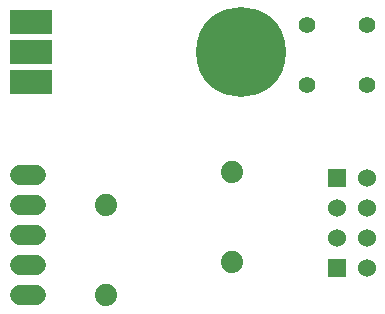
<source format=gtl>
G04 ---------------------------- Layer name :TOP LAYER*
G04 easyEDA 0.1*
G04 Scale: 100 percent, Rotated: No, Reflected: No *
G04 Dimensions in inches *
G04 leading zeros omitted , absolute positions ,2 integer and 4 * 
%FSLAX24Y24*%
%MOIN*%
G90*
G70D02*

%ADD11R,0.144000X0.080000*%
%ADD12C,0.300000*%
%ADD14C,0.055000*%
%ADD16C,0.074000*%
%ADD18R,0.060000X0.060000*%
%ADD19C,0.060000*%
%ADD21C,0.066000*%

%LPD*%
%LNVIA PAD TRACK COPPERAREA*%
G54D11*
G01X2300Y22900D03*
G01X2300Y21900D03*
G01X2300Y20900D03*
G54D12*
G01X9300Y21900D03*
G54D14*
G01X11500Y20800D03*
G01X13500Y20800D03*
G01X13500Y22800D03*
G01X11500Y22800D03*
G54D16*
G01X9000Y17900D03*
G01X9000Y14900D03*
G01X4800Y16800D03*
G01X4800Y13800D03*
G54D18*
G01X12500Y14700D03*
G54D19*
G01X13500Y14700D03*
G01X12500Y15700D03*
G01X13500Y15700D03*
G01X12500Y16700D03*
G01X13500Y16700D03*
G54D18*
G01X12500Y17700D03*
G54D19*
G01X13500Y17700D03*
G54D11*
G01X2300Y22900D03*
G01X2300Y21900D03*
G01X2300Y20900D03*
G54D12*
G01X9300Y21900D03*
G54D14*
G01X11500Y20800D03*
G01X13500Y20800D03*
G01X13500Y22800D03*
G01X11500Y22800D03*
G54D16*
G01X9000Y17900D03*
G01X9000Y14900D03*
G01X4800Y16800D03*
G01X4800Y13800D03*
G54D18*
G01X12500Y14700D03*
G54D19*
G01X13500Y14700D03*
G01X12500Y15700D03*
G01X13500Y15700D03*
G01X12500Y16700D03*
G01X13500Y16700D03*
G54D18*
G01X12500Y17700D03*
G54D19*
G01X13500Y17700D03*
G54D21*
G01X2469Y15800D02*
G01X1930Y15800D01*
G01X2469Y16800D02*
G01X1930Y16800D01*
G01X2469Y17800D02*
G01X1930Y17800D01*
G01X2469Y14800D02*
G01X1930Y14800D01*
G01X2469Y13800D02*
G01X1930Y13800D01*

M00*
M02*
</source>
